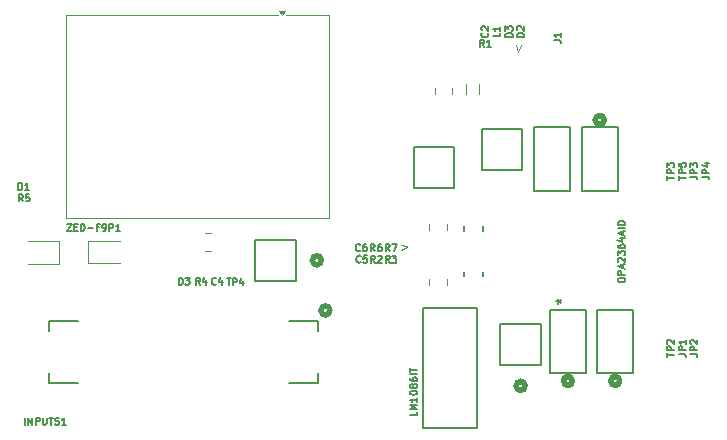
<source format=gbr>
%TF.GenerationSoftware,KiCad,Pcbnew,8.0.5*%
%TF.CreationDate,2025-04-22T16:17:59+02:00*%
%TF.ProjectId,ZED_F9P_minimal,5a45445f-4639-4505-9f6d-696e696d616c,rev?*%
%TF.SameCoordinates,Original*%
%TF.FileFunction,Legend,Top*%
%TF.FilePolarity,Positive*%
%FSLAX46Y46*%
G04 Gerber Fmt 4.6, Leading zero omitted, Abs format (unit mm)*
G04 Created by KiCad (PCBNEW 8.0.5) date 2025-04-22 16:17:59*
%MOMM*%
%LPD*%
G01*
G04 APERTURE LIST*
%ADD10C,0.100000*%
%ADD11C,0.150000*%
%ADD12C,0.120000*%
%ADD13C,0.152400*%
%ADD14C,0.508000*%
%ADD15C,0.200000*%
G04 APERTURE END LIST*
D10*
X63288850Y-24800000D02*
X63088850Y-25450000D01*
X63088850Y-25450000D02*
X62888850Y-24800000D01*
X53150000Y-41750000D02*
X53700000Y-41875000D01*
X53700000Y-41900000D02*
X53150000Y-42150000D01*
D11*
X36150000Y-45119771D02*
X35950000Y-44834057D01*
X35807143Y-45119771D02*
X35807143Y-44519771D01*
X35807143Y-44519771D02*
X36035714Y-44519771D01*
X36035714Y-44519771D02*
X36092857Y-44548342D01*
X36092857Y-44548342D02*
X36121428Y-44576914D01*
X36121428Y-44576914D02*
X36150000Y-44634057D01*
X36150000Y-44634057D02*
X36150000Y-44719771D01*
X36150000Y-44719771D02*
X36121428Y-44776914D01*
X36121428Y-44776914D02*
X36092857Y-44805485D01*
X36092857Y-44805485D02*
X36035714Y-44834057D01*
X36035714Y-44834057D02*
X35807143Y-44834057D01*
X36664286Y-44719771D02*
X36664286Y-45119771D01*
X36521428Y-44491200D02*
X36378571Y-44919771D01*
X36378571Y-44919771D02*
X36750000Y-44919771D01*
X34357143Y-45119771D02*
X34357143Y-44519771D01*
X34357143Y-44519771D02*
X34500000Y-44519771D01*
X34500000Y-44519771D02*
X34585714Y-44548342D01*
X34585714Y-44548342D02*
X34642857Y-44605485D01*
X34642857Y-44605485D02*
X34671428Y-44662628D01*
X34671428Y-44662628D02*
X34700000Y-44776914D01*
X34700000Y-44776914D02*
X34700000Y-44862628D01*
X34700000Y-44862628D02*
X34671428Y-44976914D01*
X34671428Y-44976914D02*
X34642857Y-45034057D01*
X34642857Y-45034057D02*
X34585714Y-45091200D01*
X34585714Y-45091200D02*
X34500000Y-45119771D01*
X34500000Y-45119771D02*
X34357143Y-45119771D01*
X34900000Y-44519771D02*
X35271428Y-44519771D01*
X35271428Y-44519771D02*
X35071428Y-44748342D01*
X35071428Y-44748342D02*
X35157143Y-44748342D01*
X35157143Y-44748342D02*
X35214286Y-44776914D01*
X35214286Y-44776914D02*
X35242857Y-44805485D01*
X35242857Y-44805485D02*
X35271428Y-44862628D01*
X35271428Y-44862628D02*
X35271428Y-45005485D01*
X35271428Y-45005485D02*
X35242857Y-45062628D01*
X35242857Y-45062628D02*
X35214286Y-45091200D01*
X35214286Y-45091200D02*
X35157143Y-45119771D01*
X35157143Y-45119771D02*
X34985714Y-45119771D01*
X34985714Y-45119771D02*
X34928571Y-45091200D01*
X34928571Y-45091200D02*
X34900000Y-45062628D01*
X38392856Y-44569771D02*
X38735714Y-44569771D01*
X38564285Y-45169771D02*
X38564285Y-44569771D01*
X38935714Y-45169771D02*
X38935714Y-44569771D01*
X38935714Y-44569771D02*
X39164285Y-44569771D01*
X39164285Y-44569771D02*
X39221428Y-44598342D01*
X39221428Y-44598342D02*
X39249999Y-44626914D01*
X39249999Y-44626914D02*
X39278571Y-44684057D01*
X39278571Y-44684057D02*
X39278571Y-44769771D01*
X39278571Y-44769771D02*
X39249999Y-44826914D01*
X39249999Y-44826914D02*
X39221428Y-44855485D01*
X39221428Y-44855485D02*
X39164285Y-44884057D01*
X39164285Y-44884057D02*
X38935714Y-44884057D01*
X39792857Y-44769771D02*
X39792857Y-45169771D01*
X39649999Y-44541200D02*
X39507142Y-44969771D01*
X39507142Y-44969771D02*
X39878571Y-44969771D01*
X76669771Y-50975000D02*
X77098342Y-50975000D01*
X77098342Y-50975000D02*
X77184057Y-51003571D01*
X77184057Y-51003571D02*
X77241200Y-51060714D01*
X77241200Y-51060714D02*
X77269771Y-51146428D01*
X77269771Y-51146428D02*
X77269771Y-51203571D01*
X77269771Y-50689285D02*
X76669771Y-50689285D01*
X76669771Y-50689285D02*
X76669771Y-50460714D01*
X76669771Y-50460714D02*
X76698342Y-50403571D01*
X76698342Y-50403571D02*
X76726914Y-50375000D01*
X76726914Y-50375000D02*
X76784057Y-50346428D01*
X76784057Y-50346428D02*
X76869771Y-50346428D01*
X76869771Y-50346428D02*
X76926914Y-50375000D01*
X76926914Y-50375000D02*
X76955485Y-50403571D01*
X76955485Y-50403571D02*
X76984057Y-50460714D01*
X76984057Y-50460714D02*
X76984057Y-50689285D01*
X77269771Y-49775000D02*
X77269771Y-50117857D01*
X77269771Y-49946428D02*
X76669771Y-49946428D01*
X76669771Y-49946428D02*
X76755485Y-50003571D01*
X76755485Y-50003571D02*
X76812628Y-50060714D01*
X76812628Y-50060714D02*
X76841200Y-50117857D01*
X60512628Y-23799999D02*
X60541200Y-23828571D01*
X60541200Y-23828571D02*
X60569771Y-23914285D01*
X60569771Y-23914285D02*
X60569771Y-23971428D01*
X60569771Y-23971428D02*
X60541200Y-24057142D01*
X60541200Y-24057142D02*
X60484057Y-24114285D01*
X60484057Y-24114285D02*
X60426914Y-24142856D01*
X60426914Y-24142856D02*
X60312628Y-24171428D01*
X60312628Y-24171428D02*
X60226914Y-24171428D01*
X60226914Y-24171428D02*
X60112628Y-24142856D01*
X60112628Y-24142856D02*
X60055485Y-24114285D01*
X60055485Y-24114285D02*
X59998342Y-24057142D01*
X59998342Y-24057142D02*
X59969771Y-23971428D01*
X59969771Y-23971428D02*
X59969771Y-23914285D01*
X59969771Y-23914285D02*
X59998342Y-23828571D01*
X59998342Y-23828571D02*
X60026914Y-23799999D01*
X60026914Y-23571428D02*
X59998342Y-23542856D01*
X59998342Y-23542856D02*
X59969771Y-23485714D01*
X59969771Y-23485714D02*
X59969771Y-23342856D01*
X59969771Y-23342856D02*
X59998342Y-23285714D01*
X59998342Y-23285714D02*
X60026914Y-23257142D01*
X60026914Y-23257142D02*
X60084057Y-23228571D01*
X60084057Y-23228571D02*
X60141200Y-23228571D01*
X60141200Y-23228571D02*
X60226914Y-23257142D01*
X60226914Y-23257142D02*
X60569771Y-23599999D01*
X60569771Y-23599999D02*
X60569771Y-23228571D01*
X21321429Y-56969771D02*
X21321429Y-56369771D01*
X21607143Y-56969771D02*
X21607143Y-56369771D01*
X21607143Y-56369771D02*
X21950000Y-56969771D01*
X21950000Y-56969771D02*
X21950000Y-56369771D01*
X22235714Y-56969771D02*
X22235714Y-56369771D01*
X22235714Y-56369771D02*
X22464285Y-56369771D01*
X22464285Y-56369771D02*
X22521428Y-56398342D01*
X22521428Y-56398342D02*
X22549999Y-56426914D01*
X22549999Y-56426914D02*
X22578571Y-56484057D01*
X22578571Y-56484057D02*
X22578571Y-56569771D01*
X22578571Y-56569771D02*
X22549999Y-56626914D01*
X22549999Y-56626914D02*
X22521428Y-56655485D01*
X22521428Y-56655485D02*
X22464285Y-56684057D01*
X22464285Y-56684057D02*
X22235714Y-56684057D01*
X22835714Y-56369771D02*
X22835714Y-56855485D01*
X22835714Y-56855485D02*
X22864285Y-56912628D01*
X22864285Y-56912628D02*
X22892857Y-56941200D01*
X22892857Y-56941200D02*
X22949999Y-56969771D01*
X22949999Y-56969771D02*
X23064285Y-56969771D01*
X23064285Y-56969771D02*
X23121428Y-56941200D01*
X23121428Y-56941200D02*
X23149999Y-56912628D01*
X23149999Y-56912628D02*
X23178571Y-56855485D01*
X23178571Y-56855485D02*
X23178571Y-56369771D01*
X23378570Y-56369771D02*
X23721428Y-56369771D01*
X23549999Y-56969771D02*
X23549999Y-56369771D01*
X23892856Y-56941200D02*
X23978571Y-56969771D01*
X23978571Y-56969771D02*
X24121428Y-56969771D01*
X24121428Y-56969771D02*
X24178571Y-56941200D01*
X24178571Y-56941200D02*
X24207142Y-56912628D01*
X24207142Y-56912628D02*
X24235713Y-56855485D01*
X24235713Y-56855485D02*
X24235713Y-56798342D01*
X24235713Y-56798342D02*
X24207142Y-56741200D01*
X24207142Y-56741200D02*
X24178571Y-56712628D01*
X24178571Y-56712628D02*
X24121428Y-56684057D01*
X24121428Y-56684057D02*
X24007142Y-56655485D01*
X24007142Y-56655485D02*
X23949999Y-56626914D01*
X23949999Y-56626914D02*
X23921428Y-56598342D01*
X23921428Y-56598342D02*
X23892856Y-56541200D01*
X23892856Y-56541200D02*
X23892856Y-56484057D01*
X23892856Y-56484057D02*
X23921428Y-56426914D01*
X23921428Y-56426914D02*
X23949999Y-56398342D01*
X23949999Y-56398342D02*
X24007142Y-56369771D01*
X24007142Y-56369771D02*
X24149999Y-56369771D01*
X24149999Y-56369771D02*
X24235713Y-56398342D01*
X24807142Y-56969771D02*
X24464285Y-56969771D01*
X24635714Y-56969771D02*
X24635714Y-56369771D01*
X24635714Y-56369771D02*
X24578571Y-56455485D01*
X24578571Y-56455485D02*
X24521428Y-56512628D01*
X24521428Y-56512628D02*
X24464285Y-56541200D01*
X62608621Y-24142856D02*
X62008621Y-24142856D01*
X62008621Y-24142856D02*
X62008621Y-23999999D01*
X62008621Y-23999999D02*
X62037192Y-23914285D01*
X62037192Y-23914285D02*
X62094335Y-23857142D01*
X62094335Y-23857142D02*
X62151478Y-23828571D01*
X62151478Y-23828571D02*
X62265764Y-23799999D01*
X62265764Y-23799999D02*
X62351478Y-23799999D01*
X62351478Y-23799999D02*
X62465764Y-23828571D01*
X62465764Y-23828571D02*
X62522907Y-23857142D01*
X62522907Y-23857142D02*
X62580050Y-23914285D01*
X62580050Y-23914285D02*
X62608621Y-23999999D01*
X62608621Y-23999999D02*
X62608621Y-24142856D01*
X62008621Y-23599999D02*
X62008621Y-23228571D01*
X62008621Y-23228571D02*
X62237192Y-23428571D01*
X62237192Y-23428571D02*
X62237192Y-23342856D01*
X62237192Y-23342856D02*
X62265764Y-23285714D01*
X62265764Y-23285714D02*
X62294335Y-23257142D01*
X62294335Y-23257142D02*
X62351478Y-23228571D01*
X62351478Y-23228571D02*
X62494335Y-23228571D01*
X62494335Y-23228571D02*
X62551478Y-23257142D01*
X62551478Y-23257142D02*
X62580050Y-23285714D01*
X62580050Y-23285714D02*
X62608621Y-23342856D01*
X62608621Y-23342856D02*
X62608621Y-23514285D01*
X62608621Y-23514285D02*
X62580050Y-23571428D01*
X62580050Y-23571428D02*
X62551478Y-23599999D01*
X71519771Y-44782143D02*
X71519771Y-44667857D01*
X71519771Y-44667857D02*
X71548342Y-44610714D01*
X71548342Y-44610714D02*
X71605485Y-44553571D01*
X71605485Y-44553571D02*
X71719771Y-44525000D01*
X71719771Y-44525000D02*
X71919771Y-44525000D01*
X71919771Y-44525000D02*
X72034057Y-44553571D01*
X72034057Y-44553571D02*
X72091200Y-44610714D01*
X72091200Y-44610714D02*
X72119771Y-44667857D01*
X72119771Y-44667857D02*
X72119771Y-44782143D01*
X72119771Y-44782143D02*
X72091200Y-44839286D01*
X72091200Y-44839286D02*
X72034057Y-44896428D01*
X72034057Y-44896428D02*
X71919771Y-44925000D01*
X71919771Y-44925000D02*
X71719771Y-44925000D01*
X71719771Y-44925000D02*
X71605485Y-44896428D01*
X71605485Y-44896428D02*
X71548342Y-44839286D01*
X71548342Y-44839286D02*
X71519771Y-44782143D01*
X72119771Y-44267857D02*
X71519771Y-44267857D01*
X71519771Y-44267857D02*
X71519771Y-44039286D01*
X71519771Y-44039286D02*
X71548342Y-43982143D01*
X71548342Y-43982143D02*
X71576914Y-43953572D01*
X71576914Y-43953572D02*
X71634057Y-43925000D01*
X71634057Y-43925000D02*
X71719771Y-43925000D01*
X71719771Y-43925000D02*
X71776914Y-43953572D01*
X71776914Y-43953572D02*
X71805485Y-43982143D01*
X71805485Y-43982143D02*
X71834057Y-44039286D01*
X71834057Y-44039286D02*
X71834057Y-44267857D01*
X71948342Y-43696429D02*
X71948342Y-43410715D01*
X72119771Y-43753572D02*
X71519771Y-43553572D01*
X71519771Y-43553572D02*
X72119771Y-43353572D01*
X71576914Y-43182143D02*
X71548342Y-43153571D01*
X71548342Y-43153571D02*
X71519771Y-43096429D01*
X71519771Y-43096429D02*
X71519771Y-42953571D01*
X71519771Y-42953571D02*
X71548342Y-42896429D01*
X71548342Y-42896429D02*
X71576914Y-42867857D01*
X71576914Y-42867857D02*
X71634057Y-42839286D01*
X71634057Y-42839286D02*
X71691200Y-42839286D01*
X71691200Y-42839286D02*
X71776914Y-42867857D01*
X71776914Y-42867857D02*
X72119771Y-43210714D01*
X72119771Y-43210714D02*
X72119771Y-42839286D01*
X71519771Y-42639285D02*
X71519771Y-42267857D01*
X71519771Y-42267857D02*
X71748342Y-42467857D01*
X71748342Y-42467857D02*
X71748342Y-42382142D01*
X71748342Y-42382142D02*
X71776914Y-42325000D01*
X71776914Y-42325000D02*
X71805485Y-42296428D01*
X71805485Y-42296428D02*
X71862628Y-42267857D01*
X71862628Y-42267857D02*
X72005485Y-42267857D01*
X72005485Y-42267857D02*
X72062628Y-42296428D01*
X72062628Y-42296428D02*
X72091200Y-42325000D01*
X72091200Y-42325000D02*
X72119771Y-42382142D01*
X72119771Y-42382142D02*
X72119771Y-42553571D01*
X72119771Y-42553571D02*
X72091200Y-42610714D01*
X72091200Y-42610714D02*
X72062628Y-42639285D01*
X71519771Y-41753571D02*
X71519771Y-41867856D01*
X71519771Y-41867856D02*
X71548342Y-41924999D01*
X71548342Y-41924999D02*
X71576914Y-41953571D01*
X71576914Y-41953571D02*
X71662628Y-42010713D01*
X71662628Y-42010713D02*
X71776914Y-42039285D01*
X71776914Y-42039285D02*
X72005485Y-42039285D01*
X72005485Y-42039285D02*
X72062628Y-42010713D01*
X72062628Y-42010713D02*
X72091200Y-41982142D01*
X72091200Y-41982142D02*
X72119771Y-41924999D01*
X72119771Y-41924999D02*
X72119771Y-41810713D01*
X72119771Y-41810713D02*
X72091200Y-41753571D01*
X72091200Y-41753571D02*
X72062628Y-41724999D01*
X72062628Y-41724999D02*
X72005485Y-41696428D01*
X72005485Y-41696428D02*
X71862628Y-41696428D01*
X71862628Y-41696428D02*
X71805485Y-41724999D01*
X71805485Y-41724999D02*
X71776914Y-41753571D01*
X71776914Y-41753571D02*
X71748342Y-41810713D01*
X71748342Y-41810713D02*
X71748342Y-41924999D01*
X71748342Y-41924999D02*
X71776914Y-41982142D01*
X71776914Y-41982142D02*
X71805485Y-42010713D01*
X71805485Y-42010713D02*
X71862628Y-42039285D01*
X71719771Y-41182142D02*
X72119771Y-41182142D01*
X71491200Y-41324999D02*
X71919771Y-41467856D01*
X71919771Y-41467856D02*
X71919771Y-41096427D01*
X71948342Y-40896427D02*
X71948342Y-40610713D01*
X72119771Y-40953570D02*
X71519771Y-40753570D01*
X71519771Y-40753570D02*
X72119771Y-40553570D01*
X72119771Y-40353569D02*
X71519771Y-40353569D01*
X72119771Y-40067855D02*
X71519771Y-40067855D01*
X71519771Y-40067855D02*
X71519771Y-39924998D01*
X71519771Y-39924998D02*
X71548342Y-39839284D01*
X71548342Y-39839284D02*
X71605485Y-39782141D01*
X71605485Y-39782141D02*
X71662628Y-39753570D01*
X71662628Y-39753570D02*
X71776914Y-39724998D01*
X71776914Y-39724998D02*
X71862628Y-39724998D01*
X71862628Y-39724998D02*
X71976914Y-39753570D01*
X71976914Y-39753570D02*
X72034057Y-39782141D01*
X72034057Y-39782141D02*
X72091200Y-39839284D01*
X72091200Y-39839284D02*
X72119771Y-39924998D01*
X72119771Y-39924998D02*
X72119771Y-40067855D01*
X66289819Y-46540699D02*
X66527914Y-46540699D01*
X66432676Y-46778794D02*
X66527914Y-46540699D01*
X66527914Y-46540699D02*
X66432676Y-46302604D01*
X66718390Y-46683556D02*
X66527914Y-46540699D01*
X66527914Y-46540699D02*
X66718390Y-46397842D01*
X66289819Y-46540699D02*
X66527914Y-46540699D01*
X66432676Y-46778794D02*
X66527914Y-46540699D01*
X66527914Y-46540699D02*
X66432676Y-46302604D01*
X66718390Y-46683556D02*
X66527914Y-46540699D01*
X66527914Y-46540699D02*
X66718390Y-46397842D01*
X49700000Y-42212628D02*
X49671428Y-42241200D01*
X49671428Y-42241200D02*
X49585714Y-42269771D01*
X49585714Y-42269771D02*
X49528571Y-42269771D01*
X49528571Y-42269771D02*
X49442857Y-42241200D01*
X49442857Y-42241200D02*
X49385714Y-42184057D01*
X49385714Y-42184057D02*
X49357143Y-42126914D01*
X49357143Y-42126914D02*
X49328571Y-42012628D01*
X49328571Y-42012628D02*
X49328571Y-41926914D01*
X49328571Y-41926914D02*
X49357143Y-41812628D01*
X49357143Y-41812628D02*
X49385714Y-41755485D01*
X49385714Y-41755485D02*
X49442857Y-41698342D01*
X49442857Y-41698342D02*
X49528571Y-41669771D01*
X49528571Y-41669771D02*
X49585714Y-41669771D01*
X49585714Y-41669771D02*
X49671428Y-41698342D01*
X49671428Y-41698342D02*
X49700000Y-41726914D01*
X50214286Y-41669771D02*
X50100000Y-41669771D01*
X50100000Y-41669771D02*
X50042857Y-41698342D01*
X50042857Y-41698342D02*
X50014286Y-41726914D01*
X50014286Y-41726914D02*
X49957143Y-41812628D01*
X49957143Y-41812628D02*
X49928571Y-41926914D01*
X49928571Y-41926914D02*
X49928571Y-42155485D01*
X49928571Y-42155485D02*
X49957143Y-42212628D01*
X49957143Y-42212628D02*
X49985714Y-42241200D01*
X49985714Y-42241200D02*
X50042857Y-42269771D01*
X50042857Y-42269771D02*
X50157143Y-42269771D01*
X50157143Y-42269771D02*
X50214286Y-42241200D01*
X50214286Y-42241200D02*
X50242857Y-42212628D01*
X50242857Y-42212628D02*
X50271428Y-42155485D01*
X50271428Y-42155485D02*
X50271428Y-42012628D01*
X50271428Y-42012628D02*
X50242857Y-41955485D01*
X50242857Y-41955485D02*
X50214286Y-41926914D01*
X50214286Y-41926914D02*
X50157143Y-41898342D01*
X50157143Y-41898342D02*
X50042857Y-41898342D01*
X50042857Y-41898342D02*
X49985714Y-41926914D01*
X49985714Y-41926914D02*
X49957143Y-41955485D01*
X49957143Y-41955485D02*
X49928571Y-42012628D01*
X50950000Y-42269771D02*
X50750000Y-41984057D01*
X50607143Y-42269771D02*
X50607143Y-41669771D01*
X50607143Y-41669771D02*
X50835714Y-41669771D01*
X50835714Y-41669771D02*
X50892857Y-41698342D01*
X50892857Y-41698342D02*
X50921428Y-41726914D01*
X50921428Y-41726914D02*
X50950000Y-41784057D01*
X50950000Y-41784057D02*
X50950000Y-41869771D01*
X50950000Y-41869771D02*
X50921428Y-41926914D01*
X50921428Y-41926914D02*
X50892857Y-41955485D01*
X50892857Y-41955485D02*
X50835714Y-41984057D01*
X50835714Y-41984057D02*
X50607143Y-41984057D01*
X51464286Y-41669771D02*
X51350000Y-41669771D01*
X51350000Y-41669771D02*
X51292857Y-41698342D01*
X51292857Y-41698342D02*
X51264286Y-41726914D01*
X51264286Y-41726914D02*
X51207143Y-41812628D01*
X51207143Y-41812628D02*
X51178571Y-41926914D01*
X51178571Y-41926914D02*
X51178571Y-42155485D01*
X51178571Y-42155485D02*
X51207143Y-42212628D01*
X51207143Y-42212628D02*
X51235714Y-42241200D01*
X51235714Y-42241200D02*
X51292857Y-42269771D01*
X51292857Y-42269771D02*
X51407143Y-42269771D01*
X51407143Y-42269771D02*
X51464286Y-42241200D01*
X51464286Y-42241200D02*
X51492857Y-42212628D01*
X51492857Y-42212628D02*
X51521428Y-42155485D01*
X51521428Y-42155485D02*
X51521428Y-42012628D01*
X51521428Y-42012628D02*
X51492857Y-41955485D01*
X51492857Y-41955485D02*
X51464286Y-41926914D01*
X51464286Y-41926914D02*
X51407143Y-41898342D01*
X51407143Y-41898342D02*
X51292857Y-41898342D01*
X51292857Y-41898342D02*
X51235714Y-41926914D01*
X51235714Y-41926914D02*
X51207143Y-41955485D01*
X51207143Y-41955485D02*
X51178571Y-42012628D01*
X78669771Y-35975000D02*
X79098342Y-35975000D01*
X79098342Y-35975000D02*
X79184057Y-36003571D01*
X79184057Y-36003571D02*
X79241200Y-36060714D01*
X79241200Y-36060714D02*
X79269771Y-36146428D01*
X79269771Y-36146428D02*
X79269771Y-36203571D01*
X79269771Y-35689285D02*
X78669771Y-35689285D01*
X78669771Y-35689285D02*
X78669771Y-35460714D01*
X78669771Y-35460714D02*
X78698342Y-35403571D01*
X78698342Y-35403571D02*
X78726914Y-35375000D01*
X78726914Y-35375000D02*
X78784057Y-35346428D01*
X78784057Y-35346428D02*
X78869771Y-35346428D01*
X78869771Y-35346428D02*
X78926914Y-35375000D01*
X78926914Y-35375000D02*
X78955485Y-35403571D01*
X78955485Y-35403571D02*
X78984057Y-35460714D01*
X78984057Y-35460714D02*
X78984057Y-35689285D01*
X78869771Y-34832143D02*
X79269771Y-34832143D01*
X78641200Y-34975000D02*
X79069771Y-35117857D01*
X79069771Y-35117857D02*
X79069771Y-34746428D01*
X52200000Y-42269771D02*
X52000000Y-41984057D01*
X51857143Y-42269771D02*
X51857143Y-41669771D01*
X51857143Y-41669771D02*
X52085714Y-41669771D01*
X52085714Y-41669771D02*
X52142857Y-41698342D01*
X52142857Y-41698342D02*
X52171428Y-41726914D01*
X52171428Y-41726914D02*
X52200000Y-41784057D01*
X52200000Y-41784057D02*
X52200000Y-41869771D01*
X52200000Y-41869771D02*
X52171428Y-41926914D01*
X52171428Y-41926914D02*
X52142857Y-41955485D01*
X52142857Y-41955485D02*
X52085714Y-41984057D01*
X52085714Y-41984057D02*
X51857143Y-41984057D01*
X52400000Y-41669771D02*
X52800000Y-41669771D01*
X52800000Y-41669771D02*
X52542857Y-42269771D01*
X76669771Y-36232143D02*
X76669771Y-35889286D01*
X77269771Y-36060714D02*
X76669771Y-36060714D01*
X77269771Y-35689285D02*
X76669771Y-35689285D01*
X76669771Y-35689285D02*
X76669771Y-35460714D01*
X76669771Y-35460714D02*
X76698342Y-35403571D01*
X76698342Y-35403571D02*
X76726914Y-35375000D01*
X76726914Y-35375000D02*
X76784057Y-35346428D01*
X76784057Y-35346428D02*
X76869771Y-35346428D01*
X76869771Y-35346428D02*
X76926914Y-35375000D01*
X76926914Y-35375000D02*
X76955485Y-35403571D01*
X76955485Y-35403571D02*
X76984057Y-35460714D01*
X76984057Y-35460714D02*
X76984057Y-35689285D01*
X76669771Y-34803571D02*
X76669771Y-35089285D01*
X76669771Y-35089285D02*
X76955485Y-35117857D01*
X76955485Y-35117857D02*
X76926914Y-35089285D01*
X76926914Y-35089285D02*
X76898342Y-35032143D01*
X76898342Y-35032143D02*
X76898342Y-34889285D01*
X76898342Y-34889285D02*
X76926914Y-34832143D01*
X76926914Y-34832143D02*
X76955485Y-34803571D01*
X76955485Y-34803571D02*
X77012628Y-34775000D01*
X77012628Y-34775000D02*
X77155485Y-34775000D01*
X77155485Y-34775000D02*
X77212628Y-34803571D01*
X77212628Y-34803571D02*
X77241200Y-34832143D01*
X77241200Y-34832143D02*
X77269771Y-34889285D01*
X77269771Y-34889285D02*
X77269771Y-35032143D01*
X77269771Y-35032143D02*
X77241200Y-35089285D01*
X77241200Y-35089285D02*
X77212628Y-35117857D01*
X21150000Y-38069771D02*
X20950000Y-37784057D01*
X20807143Y-38069771D02*
X20807143Y-37469771D01*
X20807143Y-37469771D02*
X21035714Y-37469771D01*
X21035714Y-37469771D02*
X21092857Y-37498342D01*
X21092857Y-37498342D02*
X21121428Y-37526914D01*
X21121428Y-37526914D02*
X21150000Y-37584057D01*
X21150000Y-37584057D02*
X21150000Y-37669771D01*
X21150000Y-37669771D02*
X21121428Y-37726914D01*
X21121428Y-37726914D02*
X21092857Y-37755485D01*
X21092857Y-37755485D02*
X21035714Y-37784057D01*
X21035714Y-37784057D02*
X20807143Y-37784057D01*
X21692857Y-37469771D02*
X21407143Y-37469771D01*
X21407143Y-37469771D02*
X21378571Y-37755485D01*
X21378571Y-37755485D02*
X21407143Y-37726914D01*
X21407143Y-37726914D02*
X21464286Y-37698342D01*
X21464286Y-37698342D02*
X21607143Y-37698342D01*
X21607143Y-37698342D02*
X21664286Y-37726914D01*
X21664286Y-37726914D02*
X21692857Y-37755485D01*
X21692857Y-37755485D02*
X21721428Y-37812628D01*
X21721428Y-37812628D02*
X21721428Y-37955485D01*
X21721428Y-37955485D02*
X21692857Y-38012628D01*
X21692857Y-38012628D02*
X21664286Y-38041200D01*
X21664286Y-38041200D02*
X21607143Y-38069771D01*
X21607143Y-38069771D02*
X21464286Y-38069771D01*
X21464286Y-38069771D02*
X21407143Y-38041200D01*
X21407143Y-38041200D02*
X21378571Y-38012628D01*
X49750000Y-43187628D02*
X49721428Y-43216200D01*
X49721428Y-43216200D02*
X49635714Y-43244771D01*
X49635714Y-43244771D02*
X49578571Y-43244771D01*
X49578571Y-43244771D02*
X49492857Y-43216200D01*
X49492857Y-43216200D02*
X49435714Y-43159057D01*
X49435714Y-43159057D02*
X49407143Y-43101914D01*
X49407143Y-43101914D02*
X49378571Y-42987628D01*
X49378571Y-42987628D02*
X49378571Y-42901914D01*
X49378571Y-42901914D02*
X49407143Y-42787628D01*
X49407143Y-42787628D02*
X49435714Y-42730485D01*
X49435714Y-42730485D02*
X49492857Y-42673342D01*
X49492857Y-42673342D02*
X49578571Y-42644771D01*
X49578571Y-42644771D02*
X49635714Y-42644771D01*
X49635714Y-42644771D02*
X49721428Y-42673342D01*
X49721428Y-42673342D02*
X49750000Y-42701914D01*
X50292857Y-42644771D02*
X50007143Y-42644771D01*
X50007143Y-42644771D02*
X49978571Y-42930485D01*
X49978571Y-42930485D02*
X50007143Y-42901914D01*
X50007143Y-42901914D02*
X50064286Y-42873342D01*
X50064286Y-42873342D02*
X50207143Y-42873342D01*
X50207143Y-42873342D02*
X50264286Y-42901914D01*
X50264286Y-42901914D02*
X50292857Y-42930485D01*
X50292857Y-42930485D02*
X50321428Y-42987628D01*
X50321428Y-42987628D02*
X50321428Y-43130485D01*
X50321428Y-43130485D02*
X50292857Y-43187628D01*
X50292857Y-43187628D02*
X50264286Y-43216200D01*
X50264286Y-43216200D02*
X50207143Y-43244771D01*
X50207143Y-43244771D02*
X50064286Y-43244771D01*
X50064286Y-43244771D02*
X50007143Y-43216200D01*
X50007143Y-43216200D02*
X49978571Y-43187628D01*
X75669771Y-51232143D02*
X75669771Y-50889286D01*
X76269771Y-51060714D02*
X75669771Y-51060714D01*
X76269771Y-50689285D02*
X75669771Y-50689285D01*
X75669771Y-50689285D02*
X75669771Y-50460714D01*
X75669771Y-50460714D02*
X75698342Y-50403571D01*
X75698342Y-50403571D02*
X75726914Y-50375000D01*
X75726914Y-50375000D02*
X75784057Y-50346428D01*
X75784057Y-50346428D02*
X75869771Y-50346428D01*
X75869771Y-50346428D02*
X75926914Y-50375000D01*
X75926914Y-50375000D02*
X75955485Y-50403571D01*
X75955485Y-50403571D02*
X75984057Y-50460714D01*
X75984057Y-50460714D02*
X75984057Y-50689285D01*
X75726914Y-50117857D02*
X75698342Y-50089285D01*
X75698342Y-50089285D02*
X75669771Y-50032143D01*
X75669771Y-50032143D02*
X75669771Y-49889285D01*
X75669771Y-49889285D02*
X75698342Y-49832143D01*
X75698342Y-49832143D02*
X75726914Y-49803571D01*
X75726914Y-49803571D02*
X75784057Y-49775000D01*
X75784057Y-49775000D02*
X75841200Y-49775000D01*
X75841200Y-49775000D02*
X75926914Y-49803571D01*
X75926914Y-49803571D02*
X76269771Y-50146428D01*
X76269771Y-50146428D02*
X76269771Y-49775000D01*
X77669771Y-50975000D02*
X78098342Y-50975000D01*
X78098342Y-50975000D02*
X78184057Y-51003571D01*
X78184057Y-51003571D02*
X78241200Y-51060714D01*
X78241200Y-51060714D02*
X78269771Y-51146428D01*
X78269771Y-51146428D02*
X78269771Y-51203571D01*
X78269771Y-50689285D02*
X77669771Y-50689285D01*
X77669771Y-50689285D02*
X77669771Y-50460714D01*
X77669771Y-50460714D02*
X77698342Y-50403571D01*
X77698342Y-50403571D02*
X77726914Y-50375000D01*
X77726914Y-50375000D02*
X77784057Y-50346428D01*
X77784057Y-50346428D02*
X77869771Y-50346428D01*
X77869771Y-50346428D02*
X77926914Y-50375000D01*
X77926914Y-50375000D02*
X77955485Y-50403571D01*
X77955485Y-50403571D02*
X77984057Y-50460714D01*
X77984057Y-50460714D02*
X77984057Y-50689285D01*
X77726914Y-50117857D02*
X77698342Y-50089285D01*
X77698342Y-50089285D02*
X77669771Y-50032143D01*
X77669771Y-50032143D02*
X77669771Y-49889285D01*
X77669771Y-49889285D02*
X77698342Y-49832143D01*
X77698342Y-49832143D02*
X77726914Y-49803571D01*
X77726914Y-49803571D02*
X77784057Y-49775000D01*
X77784057Y-49775000D02*
X77841200Y-49775000D01*
X77841200Y-49775000D02*
X77926914Y-49803571D01*
X77926914Y-49803571D02*
X78269771Y-50146428D01*
X78269771Y-50146428D02*
X78269771Y-49775000D01*
X77669771Y-35975000D02*
X78098342Y-35975000D01*
X78098342Y-35975000D02*
X78184057Y-36003571D01*
X78184057Y-36003571D02*
X78241200Y-36060714D01*
X78241200Y-36060714D02*
X78269771Y-36146428D01*
X78269771Y-36146428D02*
X78269771Y-36203571D01*
X78269771Y-35689285D02*
X77669771Y-35689285D01*
X77669771Y-35689285D02*
X77669771Y-35460714D01*
X77669771Y-35460714D02*
X77698342Y-35403571D01*
X77698342Y-35403571D02*
X77726914Y-35375000D01*
X77726914Y-35375000D02*
X77784057Y-35346428D01*
X77784057Y-35346428D02*
X77869771Y-35346428D01*
X77869771Y-35346428D02*
X77926914Y-35375000D01*
X77926914Y-35375000D02*
X77955485Y-35403571D01*
X77955485Y-35403571D02*
X77984057Y-35460714D01*
X77984057Y-35460714D02*
X77984057Y-35689285D01*
X77669771Y-35146428D02*
X77669771Y-34775000D01*
X77669771Y-34775000D02*
X77898342Y-34975000D01*
X77898342Y-34975000D02*
X77898342Y-34889285D01*
X77898342Y-34889285D02*
X77926914Y-34832143D01*
X77926914Y-34832143D02*
X77955485Y-34803571D01*
X77955485Y-34803571D02*
X78012628Y-34775000D01*
X78012628Y-34775000D02*
X78155485Y-34775000D01*
X78155485Y-34775000D02*
X78212628Y-34803571D01*
X78212628Y-34803571D02*
X78241200Y-34832143D01*
X78241200Y-34832143D02*
X78269771Y-34889285D01*
X78269771Y-34889285D02*
X78269771Y-35060714D01*
X78269771Y-35060714D02*
X78241200Y-35117857D01*
X78241200Y-35117857D02*
X78212628Y-35146428D01*
X75669771Y-36232143D02*
X75669771Y-35889286D01*
X76269771Y-36060714D02*
X75669771Y-36060714D01*
X76269771Y-35689285D02*
X75669771Y-35689285D01*
X75669771Y-35689285D02*
X75669771Y-35460714D01*
X75669771Y-35460714D02*
X75698342Y-35403571D01*
X75698342Y-35403571D02*
X75726914Y-35375000D01*
X75726914Y-35375000D02*
X75784057Y-35346428D01*
X75784057Y-35346428D02*
X75869771Y-35346428D01*
X75869771Y-35346428D02*
X75926914Y-35375000D01*
X75926914Y-35375000D02*
X75955485Y-35403571D01*
X75955485Y-35403571D02*
X75984057Y-35460714D01*
X75984057Y-35460714D02*
X75984057Y-35689285D01*
X75669771Y-35146428D02*
X75669771Y-34775000D01*
X75669771Y-34775000D02*
X75898342Y-34975000D01*
X75898342Y-34975000D02*
X75898342Y-34889285D01*
X75898342Y-34889285D02*
X75926914Y-34832143D01*
X75926914Y-34832143D02*
X75955485Y-34803571D01*
X75955485Y-34803571D02*
X76012628Y-34775000D01*
X76012628Y-34775000D02*
X76155485Y-34775000D01*
X76155485Y-34775000D02*
X76212628Y-34803571D01*
X76212628Y-34803571D02*
X76241200Y-34832143D01*
X76241200Y-34832143D02*
X76269771Y-34889285D01*
X76269771Y-34889285D02*
X76269771Y-35060714D01*
X76269771Y-35060714D02*
X76241200Y-35117857D01*
X76241200Y-35117857D02*
X76212628Y-35146428D01*
X54519771Y-55871428D02*
X54519771Y-56157142D01*
X54519771Y-56157142D02*
X53919771Y-56157142D01*
X54519771Y-55671428D02*
X53919771Y-55671428D01*
X53919771Y-55671428D02*
X54348342Y-55471428D01*
X54348342Y-55471428D02*
X53919771Y-55271428D01*
X53919771Y-55271428D02*
X54519771Y-55271428D01*
X54519771Y-54671429D02*
X54519771Y-55014286D01*
X54519771Y-54842857D02*
X53919771Y-54842857D01*
X53919771Y-54842857D02*
X54005485Y-54900000D01*
X54005485Y-54900000D02*
X54062628Y-54957143D01*
X54062628Y-54957143D02*
X54091200Y-55014286D01*
X53919771Y-54300000D02*
X53919771Y-54242857D01*
X53919771Y-54242857D02*
X53948342Y-54185714D01*
X53948342Y-54185714D02*
X53976914Y-54157143D01*
X53976914Y-54157143D02*
X54034057Y-54128571D01*
X54034057Y-54128571D02*
X54148342Y-54100000D01*
X54148342Y-54100000D02*
X54291200Y-54100000D01*
X54291200Y-54100000D02*
X54405485Y-54128571D01*
X54405485Y-54128571D02*
X54462628Y-54157143D01*
X54462628Y-54157143D02*
X54491200Y-54185714D01*
X54491200Y-54185714D02*
X54519771Y-54242857D01*
X54519771Y-54242857D02*
X54519771Y-54300000D01*
X54519771Y-54300000D02*
X54491200Y-54357143D01*
X54491200Y-54357143D02*
X54462628Y-54385714D01*
X54462628Y-54385714D02*
X54405485Y-54414285D01*
X54405485Y-54414285D02*
X54291200Y-54442857D01*
X54291200Y-54442857D02*
X54148342Y-54442857D01*
X54148342Y-54442857D02*
X54034057Y-54414285D01*
X54034057Y-54414285D02*
X53976914Y-54385714D01*
X53976914Y-54385714D02*
X53948342Y-54357143D01*
X53948342Y-54357143D02*
X53919771Y-54300000D01*
X54176914Y-53757142D02*
X54148342Y-53814285D01*
X54148342Y-53814285D02*
X54119771Y-53842856D01*
X54119771Y-53842856D02*
X54062628Y-53871428D01*
X54062628Y-53871428D02*
X54034057Y-53871428D01*
X54034057Y-53871428D02*
X53976914Y-53842856D01*
X53976914Y-53842856D02*
X53948342Y-53814285D01*
X53948342Y-53814285D02*
X53919771Y-53757142D01*
X53919771Y-53757142D02*
X53919771Y-53642856D01*
X53919771Y-53642856D02*
X53948342Y-53585714D01*
X53948342Y-53585714D02*
X53976914Y-53557142D01*
X53976914Y-53557142D02*
X54034057Y-53528571D01*
X54034057Y-53528571D02*
X54062628Y-53528571D01*
X54062628Y-53528571D02*
X54119771Y-53557142D01*
X54119771Y-53557142D02*
X54148342Y-53585714D01*
X54148342Y-53585714D02*
X54176914Y-53642856D01*
X54176914Y-53642856D02*
X54176914Y-53757142D01*
X54176914Y-53757142D02*
X54205485Y-53814285D01*
X54205485Y-53814285D02*
X54234057Y-53842856D01*
X54234057Y-53842856D02*
X54291200Y-53871428D01*
X54291200Y-53871428D02*
X54405485Y-53871428D01*
X54405485Y-53871428D02*
X54462628Y-53842856D01*
X54462628Y-53842856D02*
X54491200Y-53814285D01*
X54491200Y-53814285D02*
X54519771Y-53757142D01*
X54519771Y-53757142D02*
X54519771Y-53642856D01*
X54519771Y-53642856D02*
X54491200Y-53585714D01*
X54491200Y-53585714D02*
X54462628Y-53557142D01*
X54462628Y-53557142D02*
X54405485Y-53528571D01*
X54405485Y-53528571D02*
X54291200Y-53528571D01*
X54291200Y-53528571D02*
X54234057Y-53557142D01*
X54234057Y-53557142D02*
X54205485Y-53585714D01*
X54205485Y-53585714D02*
X54176914Y-53642856D01*
X53919771Y-53014285D02*
X53919771Y-53128570D01*
X53919771Y-53128570D02*
X53948342Y-53185713D01*
X53948342Y-53185713D02*
X53976914Y-53214285D01*
X53976914Y-53214285D02*
X54062628Y-53271427D01*
X54062628Y-53271427D02*
X54176914Y-53299999D01*
X54176914Y-53299999D02*
X54405485Y-53299999D01*
X54405485Y-53299999D02*
X54462628Y-53271427D01*
X54462628Y-53271427D02*
X54491200Y-53242856D01*
X54491200Y-53242856D02*
X54519771Y-53185713D01*
X54519771Y-53185713D02*
X54519771Y-53071427D01*
X54519771Y-53071427D02*
X54491200Y-53014285D01*
X54491200Y-53014285D02*
X54462628Y-52985713D01*
X54462628Y-52985713D02*
X54405485Y-52957142D01*
X54405485Y-52957142D02*
X54262628Y-52957142D01*
X54262628Y-52957142D02*
X54205485Y-52985713D01*
X54205485Y-52985713D02*
X54176914Y-53014285D01*
X54176914Y-53014285D02*
X54148342Y-53071427D01*
X54148342Y-53071427D02*
X54148342Y-53185713D01*
X54148342Y-53185713D02*
X54176914Y-53242856D01*
X54176914Y-53242856D02*
X54205485Y-53271427D01*
X54205485Y-53271427D02*
X54262628Y-53299999D01*
X54519771Y-52699998D02*
X53919771Y-52699998D01*
X53919771Y-52499999D02*
X53919771Y-52157142D01*
X54519771Y-52328570D02*
X53919771Y-52328570D01*
X37500000Y-45062628D02*
X37471428Y-45091200D01*
X37471428Y-45091200D02*
X37385714Y-45119771D01*
X37385714Y-45119771D02*
X37328571Y-45119771D01*
X37328571Y-45119771D02*
X37242857Y-45091200D01*
X37242857Y-45091200D02*
X37185714Y-45034057D01*
X37185714Y-45034057D02*
X37157143Y-44976914D01*
X37157143Y-44976914D02*
X37128571Y-44862628D01*
X37128571Y-44862628D02*
X37128571Y-44776914D01*
X37128571Y-44776914D02*
X37157143Y-44662628D01*
X37157143Y-44662628D02*
X37185714Y-44605485D01*
X37185714Y-44605485D02*
X37242857Y-44548342D01*
X37242857Y-44548342D02*
X37328571Y-44519771D01*
X37328571Y-44519771D02*
X37385714Y-44519771D01*
X37385714Y-44519771D02*
X37471428Y-44548342D01*
X37471428Y-44548342D02*
X37500000Y-44576914D01*
X38014286Y-44719771D02*
X38014286Y-45119771D01*
X37871428Y-44491200D02*
X37728571Y-44919771D01*
X37728571Y-44919771D02*
X38100000Y-44919771D01*
X52200000Y-43269771D02*
X52000000Y-42984057D01*
X51857143Y-43269771D02*
X51857143Y-42669771D01*
X51857143Y-42669771D02*
X52085714Y-42669771D01*
X52085714Y-42669771D02*
X52142857Y-42698342D01*
X52142857Y-42698342D02*
X52171428Y-42726914D01*
X52171428Y-42726914D02*
X52200000Y-42784057D01*
X52200000Y-42784057D02*
X52200000Y-42869771D01*
X52200000Y-42869771D02*
X52171428Y-42926914D01*
X52171428Y-42926914D02*
X52142857Y-42955485D01*
X52142857Y-42955485D02*
X52085714Y-42984057D01*
X52085714Y-42984057D02*
X51857143Y-42984057D01*
X52400000Y-42669771D02*
X52771428Y-42669771D01*
X52771428Y-42669771D02*
X52571428Y-42898342D01*
X52571428Y-42898342D02*
X52657143Y-42898342D01*
X52657143Y-42898342D02*
X52714286Y-42926914D01*
X52714286Y-42926914D02*
X52742857Y-42955485D01*
X52742857Y-42955485D02*
X52771428Y-43012628D01*
X52771428Y-43012628D02*
X52771428Y-43155485D01*
X52771428Y-43155485D02*
X52742857Y-43212628D01*
X52742857Y-43212628D02*
X52714286Y-43241200D01*
X52714286Y-43241200D02*
X52657143Y-43269771D01*
X52657143Y-43269771D02*
X52485714Y-43269771D01*
X52485714Y-43269771D02*
X52428571Y-43241200D01*
X52428571Y-43241200D02*
X52400000Y-43212628D01*
X60200000Y-24969771D02*
X60000000Y-24684057D01*
X59857143Y-24969771D02*
X59857143Y-24369771D01*
X59857143Y-24369771D02*
X60085714Y-24369771D01*
X60085714Y-24369771D02*
X60142857Y-24398342D01*
X60142857Y-24398342D02*
X60171428Y-24426914D01*
X60171428Y-24426914D02*
X60200000Y-24484057D01*
X60200000Y-24484057D02*
X60200000Y-24569771D01*
X60200000Y-24569771D02*
X60171428Y-24626914D01*
X60171428Y-24626914D02*
X60142857Y-24655485D01*
X60142857Y-24655485D02*
X60085714Y-24684057D01*
X60085714Y-24684057D02*
X59857143Y-24684057D01*
X60771428Y-24969771D02*
X60428571Y-24969771D01*
X60600000Y-24969771D02*
X60600000Y-24369771D01*
X60600000Y-24369771D02*
X60542857Y-24455485D01*
X60542857Y-24455485D02*
X60485714Y-24512628D01*
X60485714Y-24512628D02*
X60428571Y-24541200D01*
X20757143Y-37119771D02*
X20757143Y-36519771D01*
X20757143Y-36519771D02*
X20900000Y-36519771D01*
X20900000Y-36519771D02*
X20985714Y-36548342D01*
X20985714Y-36548342D02*
X21042857Y-36605485D01*
X21042857Y-36605485D02*
X21071428Y-36662628D01*
X21071428Y-36662628D02*
X21100000Y-36776914D01*
X21100000Y-36776914D02*
X21100000Y-36862628D01*
X21100000Y-36862628D02*
X21071428Y-36976914D01*
X21071428Y-36976914D02*
X21042857Y-37034057D01*
X21042857Y-37034057D02*
X20985714Y-37091200D01*
X20985714Y-37091200D02*
X20900000Y-37119771D01*
X20900000Y-37119771D02*
X20757143Y-37119771D01*
X21671428Y-37119771D02*
X21328571Y-37119771D01*
X21500000Y-37119771D02*
X21500000Y-36519771D01*
X21500000Y-36519771D02*
X21442857Y-36605485D01*
X21442857Y-36605485D02*
X21385714Y-36662628D01*
X21385714Y-36662628D02*
X21328571Y-36691200D01*
X24878571Y-39969771D02*
X25278571Y-39969771D01*
X25278571Y-39969771D02*
X24878571Y-40569771D01*
X24878571Y-40569771D02*
X25278571Y-40569771D01*
X25507143Y-40255485D02*
X25707143Y-40255485D01*
X25792857Y-40569771D02*
X25507143Y-40569771D01*
X25507143Y-40569771D02*
X25507143Y-39969771D01*
X25507143Y-39969771D02*
X25792857Y-39969771D01*
X26050000Y-40569771D02*
X26050000Y-39969771D01*
X26050000Y-39969771D02*
X26192857Y-39969771D01*
X26192857Y-39969771D02*
X26278571Y-39998342D01*
X26278571Y-39998342D02*
X26335714Y-40055485D01*
X26335714Y-40055485D02*
X26364285Y-40112628D01*
X26364285Y-40112628D02*
X26392857Y-40226914D01*
X26392857Y-40226914D02*
X26392857Y-40312628D01*
X26392857Y-40312628D02*
X26364285Y-40426914D01*
X26364285Y-40426914D02*
X26335714Y-40484057D01*
X26335714Y-40484057D02*
X26278571Y-40541200D01*
X26278571Y-40541200D02*
X26192857Y-40569771D01*
X26192857Y-40569771D02*
X26050000Y-40569771D01*
X26650000Y-40341200D02*
X27107143Y-40341200D01*
X27592857Y-40255485D02*
X27392857Y-40255485D01*
X27392857Y-40569771D02*
X27392857Y-39969771D01*
X27392857Y-39969771D02*
X27678571Y-39969771D01*
X27935714Y-40569771D02*
X28050000Y-40569771D01*
X28050000Y-40569771D02*
X28107143Y-40541200D01*
X28107143Y-40541200D02*
X28135714Y-40512628D01*
X28135714Y-40512628D02*
X28192857Y-40426914D01*
X28192857Y-40426914D02*
X28221428Y-40312628D01*
X28221428Y-40312628D02*
X28221428Y-40084057D01*
X28221428Y-40084057D02*
X28192857Y-40026914D01*
X28192857Y-40026914D02*
X28164286Y-39998342D01*
X28164286Y-39998342D02*
X28107143Y-39969771D01*
X28107143Y-39969771D02*
X27992857Y-39969771D01*
X27992857Y-39969771D02*
X27935714Y-39998342D01*
X27935714Y-39998342D02*
X27907143Y-40026914D01*
X27907143Y-40026914D02*
X27878571Y-40084057D01*
X27878571Y-40084057D02*
X27878571Y-40226914D01*
X27878571Y-40226914D02*
X27907143Y-40284057D01*
X27907143Y-40284057D02*
X27935714Y-40312628D01*
X27935714Y-40312628D02*
X27992857Y-40341200D01*
X27992857Y-40341200D02*
X28107143Y-40341200D01*
X28107143Y-40341200D02*
X28164286Y-40312628D01*
X28164286Y-40312628D02*
X28192857Y-40284057D01*
X28192857Y-40284057D02*
X28221428Y-40226914D01*
X28478572Y-40569771D02*
X28478572Y-39969771D01*
X28478572Y-39969771D02*
X28707143Y-39969771D01*
X28707143Y-39969771D02*
X28764286Y-39998342D01*
X28764286Y-39998342D02*
X28792857Y-40026914D01*
X28792857Y-40026914D02*
X28821429Y-40084057D01*
X28821429Y-40084057D02*
X28821429Y-40169771D01*
X28821429Y-40169771D02*
X28792857Y-40226914D01*
X28792857Y-40226914D02*
X28764286Y-40255485D01*
X28764286Y-40255485D02*
X28707143Y-40284057D01*
X28707143Y-40284057D02*
X28478572Y-40284057D01*
X29392857Y-40569771D02*
X29050000Y-40569771D01*
X29221429Y-40569771D02*
X29221429Y-39969771D01*
X29221429Y-39969771D02*
X29164286Y-40055485D01*
X29164286Y-40055485D02*
X29107143Y-40112628D01*
X29107143Y-40112628D02*
X29050000Y-40141200D01*
X50950000Y-43269771D02*
X50750000Y-42984057D01*
X50607143Y-43269771D02*
X50607143Y-42669771D01*
X50607143Y-42669771D02*
X50835714Y-42669771D01*
X50835714Y-42669771D02*
X50892857Y-42698342D01*
X50892857Y-42698342D02*
X50921428Y-42726914D01*
X50921428Y-42726914D02*
X50950000Y-42784057D01*
X50950000Y-42784057D02*
X50950000Y-42869771D01*
X50950000Y-42869771D02*
X50921428Y-42926914D01*
X50921428Y-42926914D02*
X50892857Y-42955485D01*
X50892857Y-42955485D02*
X50835714Y-42984057D01*
X50835714Y-42984057D02*
X50607143Y-42984057D01*
X51178571Y-42726914D02*
X51207143Y-42698342D01*
X51207143Y-42698342D02*
X51264286Y-42669771D01*
X51264286Y-42669771D02*
X51407143Y-42669771D01*
X51407143Y-42669771D02*
X51464286Y-42698342D01*
X51464286Y-42698342D02*
X51492857Y-42726914D01*
X51492857Y-42726914D02*
X51521428Y-42784057D01*
X51521428Y-42784057D02*
X51521428Y-42841200D01*
X51521428Y-42841200D02*
X51492857Y-42926914D01*
X51492857Y-42926914D02*
X51150000Y-43269771D01*
X51150000Y-43269771D02*
X51521428Y-43269771D01*
X61569771Y-23778999D02*
X61569771Y-24064713D01*
X61569771Y-24064713D02*
X60969771Y-24064713D01*
X61569771Y-23264714D02*
X61569771Y-23607571D01*
X61569771Y-23436142D02*
X60969771Y-23436142D01*
X60969771Y-23436142D02*
X61055485Y-23493285D01*
X61055485Y-23493285D02*
X61112628Y-23550428D01*
X61112628Y-23550428D02*
X61141200Y-23607571D01*
X63569771Y-24142856D02*
X62969771Y-24142856D01*
X62969771Y-24142856D02*
X62969771Y-23999999D01*
X62969771Y-23999999D02*
X62998342Y-23914285D01*
X62998342Y-23914285D02*
X63055485Y-23857142D01*
X63055485Y-23857142D02*
X63112628Y-23828571D01*
X63112628Y-23828571D02*
X63226914Y-23799999D01*
X63226914Y-23799999D02*
X63312628Y-23799999D01*
X63312628Y-23799999D02*
X63426914Y-23828571D01*
X63426914Y-23828571D02*
X63484057Y-23857142D01*
X63484057Y-23857142D02*
X63541200Y-23914285D01*
X63541200Y-23914285D02*
X63569771Y-23999999D01*
X63569771Y-23999999D02*
X63569771Y-24142856D01*
X63026914Y-23571428D02*
X62998342Y-23542856D01*
X62998342Y-23542856D02*
X62969771Y-23485714D01*
X62969771Y-23485714D02*
X62969771Y-23342856D01*
X62969771Y-23342856D02*
X62998342Y-23285714D01*
X62998342Y-23285714D02*
X63026914Y-23257142D01*
X63026914Y-23257142D02*
X63084057Y-23228571D01*
X63084057Y-23228571D02*
X63141200Y-23228571D01*
X63141200Y-23228571D02*
X63226914Y-23257142D01*
X63226914Y-23257142D02*
X63569771Y-23599999D01*
X63569771Y-23599999D02*
X63569771Y-23228571D01*
X66119771Y-24425000D02*
X66548342Y-24425000D01*
X66548342Y-24425000D02*
X66634057Y-24453571D01*
X66634057Y-24453571D02*
X66691200Y-24510714D01*
X66691200Y-24510714D02*
X66719771Y-24596428D01*
X66719771Y-24596428D02*
X66719771Y-24653571D01*
X66719771Y-23825000D02*
X66719771Y-24167857D01*
X66719771Y-23996428D02*
X66119771Y-23996428D01*
X66119771Y-23996428D02*
X66205485Y-24053571D01*
X66205485Y-24053571D02*
X66262628Y-24110714D01*
X66262628Y-24110714D02*
X66291200Y-24167857D01*
D12*
%TO.C,D3*%
X29362500Y-41390000D02*
X26677500Y-41390000D01*
X26677500Y-43310000D02*
X29362500Y-43310000D01*
X26677500Y-41390000D02*
X26677500Y-43310000D01*
D13*
%TO.C,TP4*%
X40835500Y-41335500D02*
X40835500Y-44764500D01*
X40835500Y-44764500D02*
X44264500Y-44764500D01*
X44264500Y-41335500D02*
X40835500Y-41335500D01*
X44264500Y-44764500D02*
X44264500Y-41335500D01*
D14*
X46423500Y-43050000D02*
G75*
G02*
X45661500Y-43050000I-381000J0D01*
G01*
X45661500Y-43050000D02*
G75*
G02*
X46423500Y-43050000I381000J0D01*
G01*
D13*
%TO.C,JP1*%
X65776000Y-47275300D02*
X65776000Y-52634700D01*
X65776000Y-52634700D02*
X68824000Y-52634700D01*
X68824000Y-47275300D02*
X65776000Y-47275300D01*
X68824000Y-52634700D02*
X68824000Y-47275300D01*
D14*
X67681000Y-53269700D02*
G75*
G02*
X66919000Y-53269700I-381000J0D01*
G01*
X66919000Y-53269700D02*
G75*
G02*
X67681000Y-53269700I381000J0D01*
G01*
D12*
%TO.C,C2*%
X56024250Y-28954851D02*
X56024250Y-28432347D01*
X57494250Y-28954851D02*
X57494250Y-28432347D01*
D13*
%TO.C,INPUTS1*%
X23373001Y-48223000D02*
X23373001Y-49069460D01*
X23373001Y-52630540D02*
X23373001Y-53477000D01*
X23373001Y-53477000D02*
X25820362Y-53477000D01*
X25820362Y-48223000D02*
X23373001Y-48223000D01*
X43679640Y-53477000D02*
X46127001Y-53477000D01*
X46127001Y-48223000D02*
X43679640Y-48223000D01*
X46127001Y-49069460D02*
X46127001Y-48223000D01*
X46127001Y-53477000D02*
X46127001Y-52630540D01*
D14*
X47143001Y-47300000D02*
G75*
G02*
X46381001Y-47300000I-381000J0D01*
G01*
X46381001Y-47300000D02*
G75*
G02*
X47143001Y-47300000I381000J0D01*
G01*
D12*
%TO.C,C6*%
X55565000Y-39963748D02*
X55565000Y-40486252D01*
X57035000Y-39963748D02*
X57035000Y-40486252D01*
D13*
%TO.C,R6*%
X58499900Y-40162549D02*
X58499900Y-40538049D01*
X60100100Y-40538049D02*
X60100100Y-40162549D01*
%TO.C,JP4*%
X68464850Y-31804149D02*
X68464850Y-37163549D01*
X68464850Y-37163549D02*
X71512850Y-37163549D01*
X71512850Y-31804149D02*
X68464850Y-31804149D01*
X71512850Y-37163549D02*
X71512850Y-31804149D01*
D14*
X70369850Y-31169149D02*
G75*
G02*
X69607850Y-31169149I-381000J0D01*
G01*
X69607850Y-31169149D02*
G75*
G02*
X70369850Y-31169149I381000J0D01*
G01*
D13*
%TO.C,TP5*%
X60004350Y-31963150D02*
X60004350Y-35392150D01*
X60004350Y-35392150D02*
X63433350Y-35392150D01*
X63433350Y-31963150D02*
X60004350Y-31963150D01*
X63433350Y-35392150D02*
X63433350Y-31963150D01*
D12*
%TO.C,C5*%
X55565000Y-45161252D02*
X55565000Y-44638748D01*
X57035000Y-45161252D02*
X57035000Y-44638748D01*
D13*
%TO.C,TP2*%
X61585500Y-48474300D02*
X61585500Y-51903300D01*
X61585500Y-51903300D02*
X65014500Y-51903300D01*
X65014500Y-48474300D02*
X61585500Y-48474300D01*
X65014500Y-51903300D02*
X65014500Y-48474300D01*
D14*
X63681000Y-53681300D02*
G75*
G02*
X62919000Y-53681300I-381000J0D01*
G01*
X62919000Y-53681300D02*
G75*
G02*
X63681000Y-53681300I381000J0D01*
G01*
D13*
%TO.C,JP2*%
X69776000Y-47275300D02*
X69776000Y-52634700D01*
X69776000Y-52634700D02*
X72824000Y-52634700D01*
X72824000Y-47275300D02*
X69776000Y-47275300D01*
X72824000Y-52634700D02*
X72824000Y-47275300D01*
D14*
X71681000Y-53269700D02*
G75*
G02*
X70919000Y-53269700I-381000J0D01*
G01*
X70919000Y-53269700D02*
G75*
G02*
X71681000Y-53269700I381000J0D01*
G01*
D13*
%TO.C,JP3*%
X64464850Y-31804149D02*
X64464850Y-37163549D01*
X64464850Y-37163549D02*
X67512850Y-37163549D01*
X67512850Y-31804149D02*
X64464850Y-31804149D01*
X67512850Y-37163549D02*
X67512850Y-31804149D01*
%TO.C,TP3*%
X54235500Y-33463150D02*
X54235500Y-36892150D01*
X54235500Y-36892150D02*
X57664500Y-36892150D01*
X57664500Y-33463150D02*
X54235500Y-33463150D01*
X57664500Y-36892150D02*
X57664500Y-33463150D01*
D15*
%TO.C,LM1086IT*%
X55063999Y-57280000D02*
X55063999Y-47119995D01*
X56333999Y-47119995D02*
X55063999Y-47119995D01*
X56333999Y-57280000D02*
X55063999Y-57280000D01*
X59636001Y-47119995D02*
X56333999Y-47119995D01*
X59636001Y-57280000D02*
X56333999Y-57280000D01*
X59636001Y-57280000D02*
X59636001Y-47119995D01*
D12*
%TO.C,C4*%
X36588748Y-40765000D02*
X37111252Y-40765000D01*
X36588748Y-42235000D02*
X37111252Y-42235000D01*
%TO.C,D1*%
X21550000Y-43360000D02*
X24235000Y-43360000D01*
X24235000Y-41440000D02*
X21550000Y-41440000D01*
X24235000Y-43360000D02*
X24235000Y-41440000D01*
%TO.C,ZED-F9P1*%
X24840000Y-22290000D02*
X24840000Y-39510000D01*
X42750000Y-22290000D02*
X24840000Y-22290000D01*
X43450000Y-22290000D02*
X47060000Y-22290000D01*
X47060000Y-22290000D02*
X47060000Y-39510000D01*
X47060000Y-39510000D02*
X24840000Y-39510000D01*
X43100000Y-22290000D02*
X42860000Y-21960000D01*
X43340000Y-21960000D01*
X43100000Y-22290000D01*
G36*
X43100000Y-22290000D02*
G01*
X42860000Y-21960000D01*
X43340000Y-21960000D01*
X43100000Y-22290000D01*
G37*
D13*
%TO.C,R2*%
X58499900Y-44037250D02*
X58499900Y-44412750D01*
X60100100Y-44412750D02*
X60100100Y-44037250D01*
D12*
%TO.C,L1*%
X58631350Y-28154378D02*
X58631350Y-28953622D01*
X59751350Y-28154378D02*
X59751350Y-28953622D01*
%TD*%
M02*

</source>
